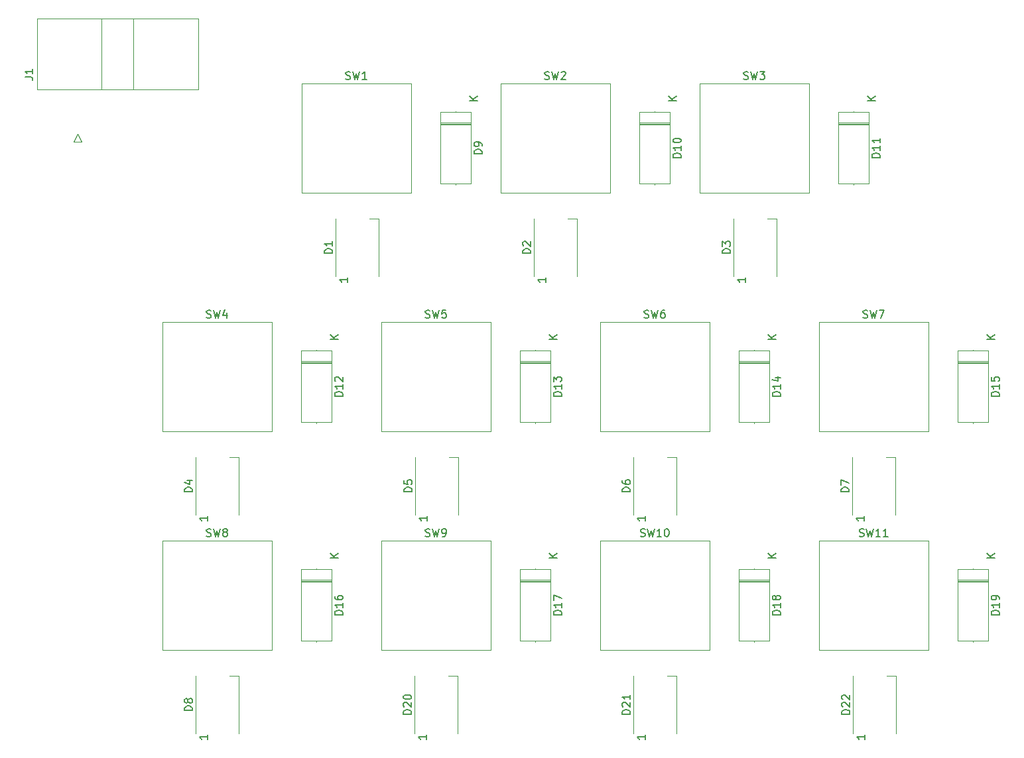
<source format=gbr>
%TF.GenerationSoftware,KiCad,Pcbnew,7.0.0-da2b9df05c~171~ubuntu22.04.1*%
%TF.CreationDate,2023-03-16T18:49:30-03:00*%
%TF.ProjectId,side_board,73696465-5f62-46f6-9172-642e6b696361,rev?*%
%TF.SameCoordinates,Original*%
%TF.FileFunction,Legend,Top*%
%TF.FilePolarity,Positive*%
%FSLAX46Y46*%
G04 Gerber Fmt 4.6, Leading zero omitted, Abs format (unit mm)*
G04 Created by KiCad (PCBNEW 7.0.0-da2b9df05c~171~ubuntu22.04.1) date 2023-03-16 18:49:30*
%MOMM*%
%LPD*%
G01*
G04 APERTURE LIST*
%ADD10C,0.150000*%
%ADD11C,0.120000*%
G04 APERTURE END LIST*
D10*
%TO.C,D22*%
X156977380Y-129484285D02*
X155977380Y-129484285D01*
X155977380Y-129484285D02*
X155977380Y-129246190D01*
X155977380Y-129246190D02*
X156025000Y-129103333D01*
X156025000Y-129103333D02*
X156120238Y-129008095D01*
X156120238Y-129008095D02*
X156215476Y-128960476D01*
X156215476Y-128960476D02*
X156405952Y-128912857D01*
X156405952Y-128912857D02*
X156548809Y-128912857D01*
X156548809Y-128912857D02*
X156739285Y-128960476D01*
X156739285Y-128960476D02*
X156834523Y-129008095D01*
X156834523Y-129008095D02*
X156929761Y-129103333D01*
X156929761Y-129103333D02*
X156977380Y-129246190D01*
X156977380Y-129246190D02*
X156977380Y-129484285D01*
X156072619Y-128531904D02*
X156025000Y-128484285D01*
X156025000Y-128484285D02*
X155977380Y-128389047D01*
X155977380Y-128389047D02*
X155977380Y-128150952D01*
X155977380Y-128150952D02*
X156025000Y-128055714D01*
X156025000Y-128055714D02*
X156072619Y-128008095D01*
X156072619Y-128008095D02*
X156167857Y-127960476D01*
X156167857Y-127960476D02*
X156263095Y-127960476D01*
X156263095Y-127960476D02*
X156405952Y-128008095D01*
X156405952Y-128008095D02*
X156977380Y-128579523D01*
X156977380Y-128579523D02*
X156977380Y-127960476D01*
X156072619Y-127579523D02*
X156025000Y-127531904D01*
X156025000Y-127531904D02*
X155977380Y-127436666D01*
X155977380Y-127436666D02*
X155977380Y-127198571D01*
X155977380Y-127198571D02*
X156025000Y-127103333D01*
X156025000Y-127103333D02*
X156072619Y-127055714D01*
X156072619Y-127055714D02*
X156167857Y-127008095D01*
X156167857Y-127008095D02*
X156263095Y-127008095D01*
X156263095Y-127008095D02*
X156405952Y-127055714D01*
X156405952Y-127055714D02*
X156977380Y-127627142D01*
X156977380Y-127627142D02*
X156977380Y-127008095D01*
X158877380Y-132134285D02*
X158877380Y-132705713D01*
X158877380Y-132419999D02*
X157877380Y-132419999D01*
X157877380Y-132419999D02*
X158020238Y-132515237D01*
X158020238Y-132515237D02*
X158115476Y-132610475D01*
X158115476Y-132610475D02*
X158163095Y-132705713D01*
%TO.C,D21*%
X128947380Y-129484285D02*
X127947380Y-129484285D01*
X127947380Y-129484285D02*
X127947380Y-129246190D01*
X127947380Y-129246190D02*
X127995000Y-129103333D01*
X127995000Y-129103333D02*
X128090238Y-129008095D01*
X128090238Y-129008095D02*
X128185476Y-128960476D01*
X128185476Y-128960476D02*
X128375952Y-128912857D01*
X128375952Y-128912857D02*
X128518809Y-128912857D01*
X128518809Y-128912857D02*
X128709285Y-128960476D01*
X128709285Y-128960476D02*
X128804523Y-129008095D01*
X128804523Y-129008095D02*
X128899761Y-129103333D01*
X128899761Y-129103333D02*
X128947380Y-129246190D01*
X128947380Y-129246190D02*
X128947380Y-129484285D01*
X128042619Y-128531904D02*
X127995000Y-128484285D01*
X127995000Y-128484285D02*
X127947380Y-128389047D01*
X127947380Y-128389047D02*
X127947380Y-128150952D01*
X127947380Y-128150952D02*
X127995000Y-128055714D01*
X127995000Y-128055714D02*
X128042619Y-128008095D01*
X128042619Y-128008095D02*
X128137857Y-127960476D01*
X128137857Y-127960476D02*
X128233095Y-127960476D01*
X128233095Y-127960476D02*
X128375952Y-128008095D01*
X128375952Y-128008095D02*
X128947380Y-128579523D01*
X128947380Y-128579523D02*
X128947380Y-127960476D01*
X128947380Y-127008095D02*
X128947380Y-127579523D01*
X128947380Y-127293809D02*
X127947380Y-127293809D01*
X127947380Y-127293809D02*
X128090238Y-127389047D01*
X128090238Y-127389047D02*
X128185476Y-127484285D01*
X128185476Y-127484285D02*
X128233095Y-127579523D01*
X130847380Y-132134285D02*
X130847380Y-132705713D01*
X130847380Y-132419999D02*
X129847380Y-132419999D01*
X129847380Y-132419999D02*
X129990238Y-132515237D01*
X129990238Y-132515237D02*
X130085476Y-132610475D01*
X130085476Y-132610475D02*
X130133095Y-132705713D01*
%TO.C,D20*%
X101007380Y-129484285D02*
X100007380Y-129484285D01*
X100007380Y-129484285D02*
X100007380Y-129246190D01*
X100007380Y-129246190D02*
X100055000Y-129103333D01*
X100055000Y-129103333D02*
X100150238Y-129008095D01*
X100150238Y-129008095D02*
X100245476Y-128960476D01*
X100245476Y-128960476D02*
X100435952Y-128912857D01*
X100435952Y-128912857D02*
X100578809Y-128912857D01*
X100578809Y-128912857D02*
X100769285Y-128960476D01*
X100769285Y-128960476D02*
X100864523Y-129008095D01*
X100864523Y-129008095D02*
X100959761Y-129103333D01*
X100959761Y-129103333D02*
X101007380Y-129246190D01*
X101007380Y-129246190D02*
X101007380Y-129484285D01*
X100102619Y-128531904D02*
X100055000Y-128484285D01*
X100055000Y-128484285D02*
X100007380Y-128389047D01*
X100007380Y-128389047D02*
X100007380Y-128150952D01*
X100007380Y-128150952D02*
X100055000Y-128055714D01*
X100055000Y-128055714D02*
X100102619Y-128008095D01*
X100102619Y-128008095D02*
X100197857Y-127960476D01*
X100197857Y-127960476D02*
X100293095Y-127960476D01*
X100293095Y-127960476D02*
X100435952Y-128008095D01*
X100435952Y-128008095D02*
X101007380Y-128579523D01*
X101007380Y-128579523D02*
X101007380Y-127960476D01*
X100007380Y-127341428D02*
X100007380Y-127246190D01*
X100007380Y-127246190D02*
X100055000Y-127150952D01*
X100055000Y-127150952D02*
X100102619Y-127103333D01*
X100102619Y-127103333D02*
X100197857Y-127055714D01*
X100197857Y-127055714D02*
X100388333Y-127008095D01*
X100388333Y-127008095D02*
X100626428Y-127008095D01*
X100626428Y-127008095D02*
X100816904Y-127055714D01*
X100816904Y-127055714D02*
X100912142Y-127103333D01*
X100912142Y-127103333D02*
X100959761Y-127150952D01*
X100959761Y-127150952D02*
X101007380Y-127246190D01*
X101007380Y-127246190D02*
X101007380Y-127341428D01*
X101007380Y-127341428D02*
X100959761Y-127436666D01*
X100959761Y-127436666D02*
X100912142Y-127484285D01*
X100912142Y-127484285D02*
X100816904Y-127531904D01*
X100816904Y-127531904D02*
X100626428Y-127579523D01*
X100626428Y-127579523D02*
X100388333Y-127579523D01*
X100388333Y-127579523D02*
X100197857Y-127531904D01*
X100197857Y-127531904D02*
X100102619Y-127484285D01*
X100102619Y-127484285D02*
X100055000Y-127436666D01*
X100055000Y-127436666D02*
X100007380Y-127341428D01*
X102907380Y-132134285D02*
X102907380Y-132705713D01*
X102907380Y-132419999D02*
X101907380Y-132419999D01*
X101907380Y-132419999D02*
X102050238Y-132515237D01*
X102050238Y-132515237D02*
X102145476Y-132610475D01*
X102145476Y-132610475D02*
X102193095Y-132705713D01*
%TO.C,J1*%
X51687380Y-48075833D02*
X52401666Y-48075833D01*
X52401666Y-48075833D02*
X52544523Y-48123452D01*
X52544523Y-48123452D02*
X52639761Y-48218690D01*
X52639761Y-48218690D02*
X52687380Y-48361547D01*
X52687380Y-48361547D02*
X52687380Y-48456785D01*
X52687380Y-47075833D02*
X52687380Y-47647261D01*
X52687380Y-47361547D02*
X51687380Y-47361547D01*
X51687380Y-47361547D02*
X51830238Y-47456785D01*
X51830238Y-47456785D02*
X51925476Y-47552023D01*
X51925476Y-47552023D02*
X51973095Y-47647261D01*
%TO.C,SW4*%
X74866667Y-78805761D02*
X75009524Y-78853380D01*
X75009524Y-78853380D02*
X75247619Y-78853380D01*
X75247619Y-78853380D02*
X75342857Y-78805761D01*
X75342857Y-78805761D02*
X75390476Y-78758142D01*
X75390476Y-78758142D02*
X75438095Y-78662904D01*
X75438095Y-78662904D02*
X75438095Y-78567666D01*
X75438095Y-78567666D02*
X75390476Y-78472428D01*
X75390476Y-78472428D02*
X75342857Y-78424809D01*
X75342857Y-78424809D02*
X75247619Y-78377190D01*
X75247619Y-78377190D02*
X75057143Y-78329571D01*
X75057143Y-78329571D02*
X74961905Y-78281952D01*
X74961905Y-78281952D02*
X74914286Y-78234333D01*
X74914286Y-78234333D02*
X74866667Y-78139095D01*
X74866667Y-78139095D02*
X74866667Y-78043857D01*
X74866667Y-78043857D02*
X74914286Y-77948619D01*
X74914286Y-77948619D02*
X74961905Y-77901000D01*
X74961905Y-77901000D02*
X75057143Y-77853380D01*
X75057143Y-77853380D02*
X75295238Y-77853380D01*
X75295238Y-77853380D02*
X75438095Y-77901000D01*
X75771429Y-77853380D02*
X76009524Y-78853380D01*
X76009524Y-78853380D02*
X76200000Y-78139095D01*
X76200000Y-78139095D02*
X76390476Y-78853380D01*
X76390476Y-78853380D02*
X76628572Y-77853380D01*
X77438095Y-78186714D02*
X77438095Y-78853380D01*
X77200000Y-77805761D02*
X76961905Y-78520047D01*
X76961905Y-78520047D02*
X77580952Y-78520047D01*
%TO.C,D8*%
X73067380Y-129008094D02*
X72067380Y-129008094D01*
X72067380Y-129008094D02*
X72067380Y-128769999D01*
X72067380Y-128769999D02*
X72115000Y-128627142D01*
X72115000Y-128627142D02*
X72210238Y-128531904D01*
X72210238Y-128531904D02*
X72305476Y-128484285D01*
X72305476Y-128484285D02*
X72495952Y-128436666D01*
X72495952Y-128436666D02*
X72638809Y-128436666D01*
X72638809Y-128436666D02*
X72829285Y-128484285D01*
X72829285Y-128484285D02*
X72924523Y-128531904D01*
X72924523Y-128531904D02*
X73019761Y-128627142D01*
X73019761Y-128627142D02*
X73067380Y-128769999D01*
X73067380Y-128769999D02*
X73067380Y-129008094D01*
X72495952Y-127865237D02*
X72448333Y-127960475D01*
X72448333Y-127960475D02*
X72400714Y-128008094D01*
X72400714Y-128008094D02*
X72305476Y-128055713D01*
X72305476Y-128055713D02*
X72257857Y-128055713D01*
X72257857Y-128055713D02*
X72162619Y-128008094D01*
X72162619Y-128008094D02*
X72115000Y-127960475D01*
X72115000Y-127960475D02*
X72067380Y-127865237D01*
X72067380Y-127865237D02*
X72067380Y-127674761D01*
X72067380Y-127674761D02*
X72115000Y-127579523D01*
X72115000Y-127579523D02*
X72162619Y-127531904D01*
X72162619Y-127531904D02*
X72257857Y-127484285D01*
X72257857Y-127484285D02*
X72305476Y-127484285D01*
X72305476Y-127484285D02*
X72400714Y-127531904D01*
X72400714Y-127531904D02*
X72448333Y-127579523D01*
X72448333Y-127579523D02*
X72495952Y-127674761D01*
X72495952Y-127674761D02*
X72495952Y-127865237D01*
X72495952Y-127865237D02*
X72543571Y-127960475D01*
X72543571Y-127960475D02*
X72591190Y-128008094D01*
X72591190Y-128008094D02*
X72686428Y-128055713D01*
X72686428Y-128055713D02*
X72876904Y-128055713D01*
X72876904Y-128055713D02*
X72972142Y-128008094D01*
X72972142Y-128008094D02*
X73019761Y-127960475D01*
X73019761Y-127960475D02*
X73067380Y-127865237D01*
X73067380Y-127865237D02*
X73067380Y-127674761D01*
X73067380Y-127674761D02*
X73019761Y-127579523D01*
X73019761Y-127579523D02*
X72972142Y-127531904D01*
X72972142Y-127531904D02*
X72876904Y-127484285D01*
X72876904Y-127484285D02*
X72686428Y-127484285D01*
X72686428Y-127484285D02*
X72591190Y-127531904D01*
X72591190Y-127531904D02*
X72543571Y-127579523D01*
X72543571Y-127579523D02*
X72495952Y-127674761D01*
X74967380Y-132134285D02*
X74967380Y-132705713D01*
X74967380Y-132419999D02*
X73967380Y-132419999D01*
X73967380Y-132419999D02*
X74110238Y-132515237D01*
X74110238Y-132515237D02*
X74205476Y-132610475D01*
X74205476Y-132610475D02*
X74253095Y-132705713D01*
%TO.C,SW6*%
X130746667Y-78805761D02*
X130889524Y-78853380D01*
X130889524Y-78853380D02*
X131127619Y-78853380D01*
X131127619Y-78853380D02*
X131222857Y-78805761D01*
X131222857Y-78805761D02*
X131270476Y-78758142D01*
X131270476Y-78758142D02*
X131318095Y-78662904D01*
X131318095Y-78662904D02*
X131318095Y-78567666D01*
X131318095Y-78567666D02*
X131270476Y-78472428D01*
X131270476Y-78472428D02*
X131222857Y-78424809D01*
X131222857Y-78424809D02*
X131127619Y-78377190D01*
X131127619Y-78377190D02*
X130937143Y-78329571D01*
X130937143Y-78329571D02*
X130841905Y-78281952D01*
X130841905Y-78281952D02*
X130794286Y-78234333D01*
X130794286Y-78234333D02*
X130746667Y-78139095D01*
X130746667Y-78139095D02*
X130746667Y-78043857D01*
X130746667Y-78043857D02*
X130794286Y-77948619D01*
X130794286Y-77948619D02*
X130841905Y-77901000D01*
X130841905Y-77901000D02*
X130937143Y-77853380D01*
X130937143Y-77853380D02*
X131175238Y-77853380D01*
X131175238Y-77853380D02*
X131318095Y-77901000D01*
X131651429Y-77853380D02*
X131889524Y-78853380D01*
X131889524Y-78853380D02*
X132080000Y-78139095D01*
X132080000Y-78139095D02*
X132270476Y-78853380D01*
X132270476Y-78853380D02*
X132508572Y-77853380D01*
X133318095Y-77853380D02*
X133127619Y-77853380D01*
X133127619Y-77853380D02*
X133032381Y-77901000D01*
X133032381Y-77901000D02*
X132984762Y-77948619D01*
X132984762Y-77948619D02*
X132889524Y-78091476D01*
X132889524Y-78091476D02*
X132841905Y-78281952D01*
X132841905Y-78281952D02*
X132841905Y-78662904D01*
X132841905Y-78662904D02*
X132889524Y-78758142D01*
X132889524Y-78758142D02*
X132937143Y-78805761D01*
X132937143Y-78805761D02*
X133032381Y-78853380D01*
X133032381Y-78853380D02*
X133222857Y-78853380D01*
X133222857Y-78853380D02*
X133318095Y-78805761D01*
X133318095Y-78805761D02*
X133365714Y-78758142D01*
X133365714Y-78758142D02*
X133413333Y-78662904D01*
X133413333Y-78662904D02*
X133413333Y-78424809D01*
X133413333Y-78424809D02*
X133365714Y-78329571D01*
X133365714Y-78329571D02*
X133318095Y-78281952D01*
X133318095Y-78281952D02*
X133222857Y-78234333D01*
X133222857Y-78234333D02*
X133032381Y-78234333D01*
X133032381Y-78234333D02*
X132937143Y-78281952D01*
X132937143Y-78281952D02*
X132889524Y-78329571D01*
X132889524Y-78329571D02*
X132841905Y-78424809D01*
%TO.C,SW1*%
X92646667Y-48325761D02*
X92789524Y-48373380D01*
X92789524Y-48373380D02*
X93027619Y-48373380D01*
X93027619Y-48373380D02*
X93122857Y-48325761D01*
X93122857Y-48325761D02*
X93170476Y-48278142D01*
X93170476Y-48278142D02*
X93218095Y-48182904D01*
X93218095Y-48182904D02*
X93218095Y-48087666D01*
X93218095Y-48087666D02*
X93170476Y-47992428D01*
X93170476Y-47992428D02*
X93122857Y-47944809D01*
X93122857Y-47944809D02*
X93027619Y-47897190D01*
X93027619Y-47897190D02*
X92837143Y-47849571D01*
X92837143Y-47849571D02*
X92741905Y-47801952D01*
X92741905Y-47801952D02*
X92694286Y-47754333D01*
X92694286Y-47754333D02*
X92646667Y-47659095D01*
X92646667Y-47659095D02*
X92646667Y-47563857D01*
X92646667Y-47563857D02*
X92694286Y-47468619D01*
X92694286Y-47468619D02*
X92741905Y-47421000D01*
X92741905Y-47421000D02*
X92837143Y-47373380D01*
X92837143Y-47373380D02*
X93075238Y-47373380D01*
X93075238Y-47373380D02*
X93218095Y-47421000D01*
X93551429Y-47373380D02*
X93789524Y-48373380D01*
X93789524Y-48373380D02*
X93980000Y-47659095D01*
X93980000Y-47659095D02*
X94170476Y-48373380D01*
X94170476Y-48373380D02*
X94408572Y-47373380D01*
X95313333Y-48373380D02*
X94741905Y-48373380D01*
X95027619Y-48373380D02*
X95027619Y-47373380D01*
X95027619Y-47373380D02*
X94932381Y-47516238D01*
X94932381Y-47516238D02*
X94837143Y-47611476D01*
X94837143Y-47611476D02*
X94741905Y-47659095D01*
%TO.C,SW8*%
X74866667Y-106745761D02*
X75009524Y-106793380D01*
X75009524Y-106793380D02*
X75247619Y-106793380D01*
X75247619Y-106793380D02*
X75342857Y-106745761D01*
X75342857Y-106745761D02*
X75390476Y-106698142D01*
X75390476Y-106698142D02*
X75438095Y-106602904D01*
X75438095Y-106602904D02*
X75438095Y-106507666D01*
X75438095Y-106507666D02*
X75390476Y-106412428D01*
X75390476Y-106412428D02*
X75342857Y-106364809D01*
X75342857Y-106364809D02*
X75247619Y-106317190D01*
X75247619Y-106317190D02*
X75057143Y-106269571D01*
X75057143Y-106269571D02*
X74961905Y-106221952D01*
X74961905Y-106221952D02*
X74914286Y-106174333D01*
X74914286Y-106174333D02*
X74866667Y-106079095D01*
X74866667Y-106079095D02*
X74866667Y-105983857D01*
X74866667Y-105983857D02*
X74914286Y-105888619D01*
X74914286Y-105888619D02*
X74961905Y-105841000D01*
X74961905Y-105841000D02*
X75057143Y-105793380D01*
X75057143Y-105793380D02*
X75295238Y-105793380D01*
X75295238Y-105793380D02*
X75438095Y-105841000D01*
X75771429Y-105793380D02*
X76009524Y-106793380D01*
X76009524Y-106793380D02*
X76200000Y-106079095D01*
X76200000Y-106079095D02*
X76390476Y-106793380D01*
X76390476Y-106793380D02*
X76628572Y-105793380D01*
X77152381Y-106221952D02*
X77057143Y-106174333D01*
X77057143Y-106174333D02*
X77009524Y-106126714D01*
X77009524Y-106126714D02*
X76961905Y-106031476D01*
X76961905Y-106031476D02*
X76961905Y-105983857D01*
X76961905Y-105983857D02*
X77009524Y-105888619D01*
X77009524Y-105888619D02*
X77057143Y-105841000D01*
X77057143Y-105841000D02*
X77152381Y-105793380D01*
X77152381Y-105793380D02*
X77342857Y-105793380D01*
X77342857Y-105793380D02*
X77438095Y-105841000D01*
X77438095Y-105841000D02*
X77485714Y-105888619D01*
X77485714Y-105888619D02*
X77533333Y-105983857D01*
X77533333Y-105983857D02*
X77533333Y-106031476D01*
X77533333Y-106031476D02*
X77485714Y-106126714D01*
X77485714Y-106126714D02*
X77438095Y-106174333D01*
X77438095Y-106174333D02*
X77342857Y-106221952D01*
X77342857Y-106221952D02*
X77152381Y-106221952D01*
X77152381Y-106221952D02*
X77057143Y-106269571D01*
X77057143Y-106269571D02*
X77009524Y-106317190D01*
X77009524Y-106317190D02*
X76961905Y-106412428D01*
X76961905Y-106412428D02*
X76961905Y-106602904D01*
X76961905Y-106602904D02*
X77009524Y-106698142D01*
X77009524Y-106698142D02*
X77057143Y-106745761D01*
X77057143Y-106745761D02*
X77152381Y-106793380D01*
X77152381Y-106793380D02*
X77342857Y-106793380D01*
X77342857Y-106793380D02*
X77438095Y-106745761D01*
X77438095Y-106745761D02*
X77485714Y-106698142D01*
X77485714Y-106698142D02*
X77533333Y-106602904D01*
X77533333Y-106602904D02*
X77533333Y-106412428D01*
X77533333Y-106412428D02*
X77485714Y-106317190D01*
X77485714Y-106317190D02*
X77438095Y-106269571D01*
X77438095Y-106269571D02*
X77342857Y-106221952D01*
%TO.C,D9*%
X110017380Y-57888094D02*
X109017380Y-57888094D01*
X109017380Y-57888094D02*
X109017380Y-57649999D01*
X109017380Y-57649999D02*
X109065000Y-57507142D01*
X109065000Y-57507142D02*
X109160238Y-57411904D01*
X109160238Y-57411904D02*
X109255476Y-57364285D01*
X109255476Y-57364285D02*
X109445952Y-57316666D01*
X109445952Y-57316666D02*
X109588809Y-57316666D01*
X109588809Y-57316666D02*
X109779285Y-57364285D01*
X109779285Y-57364285D02*
X109874523Y-57411904D01*
X109874523Y-57411904D02*
X109969761Y-57507142D01*
X109969761Y-57507142D02*
X110017380Y-57649999D01*
X110017380Y-57649999D02*
X110017380Y-57888094D01*
X110017380Y-56840475D02*
X110017380Y-56649999D01*
X110017380Y-56649999D02*
X109969761Y-56554761D01*
X109969761Y-56554761D02*
X109922142Y-56507142D01*
X109922142Y-56507142D02*
X109779285Y-56411904D01*
X109779285Y-56411904D02*
X109588809Y-56364285D01*
X109588809Y-56364285D02*
X109207857Y-56364285D01*
X109207857Y-56364285D02*
X109112619Y-56411904D01*
X109112619Y-56411904D02*
X109065000Y-56459523D01*
X109065000Y-56459523D02*
X109017380Y-56554761D01*
X109017380Y-56554761D02*
X109017380Y-56745237D01*
X109017380Y-56745237D02*
X109065000Y-56840475D01*
X109065000Y-56840475D02*
X109112619Y-56888094D01*
X109112619Y-56888094D02*
X109207857Y-56935713D01*
X109207857Y-56935713D02*
X109445952Y-56935713D01*
X109445952Y-56935713D02*
X109541190Y-56888094D01*
X109541190Y-56888094D02*
X109588809Y-56840475D01*
X109588809Y-56840475D02*
X109636428Y-56745237D01*
X109636428Y-56745237D02*
X109636428Y-56554761D01*
X109636428Y-56554761D02*
X109588809Y-56459523D01*
X109588809Y-56459523D02*
X109541190Y-56411904D01*
X109541190Y-56411904D02*
X109445952Y-56364285D01*
X109447380Y-51061904D02*
X108447380Y-51061904D01*
X109447380Y-50490476D02*
X108875952Y-50919047D01*
X108447380Y-50490476D02*
X109018809Y-51061904D01*
%TO.C,SW11*%
X158210476Y-106745761D02*
X158353333Y-106793380D01*
X158353333Y-106793380D02*
X158591428Y-106793380D01*
X158591428Y-106793380D02*
X158686666Y-106745761D01*
X158686666Y-106745761D02*
X158734285Y-106698142D01*
X158734285Y-106698142D02*
X158781904Y-106602904D01*
X158781904Y-106602904D02*
X158781904Y-106507666D01*
X158781904Y-106507666D02*
X158734285Y-106412428D01*
X158734285Y-106412428D02*
X158686666Y-106364809D01*
X158686666Y-106364809D02*
X158591428Y-106317190D01*
X158591428Y-106317190D02*
X158400952Y-106269571D01*
X158400952Y-106269571D02*
X158305714Y-106221952D01*
X158305714Y-106221952D02*
X158258095Y-106174333D01*
X158258095Y-106174333D02*
X158210476Y-106079095D01*
X158210476Y-106079095D02*
X158210476Y-105983857D01*
X158210476Y-105983857D02*
X158258095Y-105888619D01*
X158258095Y-105888619D02*
X158305714Y-105841000D01*
X158305714Y-105841000D02*
X158400952Y-105793380D01*
X158400952Y-105793380D02*
X158639047Y-105793380D01*
X158639047Y-105793380D02*
X158781904Y-105841000D01*
X159115238Y-105793380D02*
X159353333Y-106793380D01*
X159353333Y-106793380D02*
X159543809Y-106079095D01*
X159543809Y-106079095D02*
X159734285Y-106793380D01*
X159734285Y-106793380D02*
X159972381Y-105793380D01*
X160877142Y-106793380D02*
X160305714Y-106793380D01*
X160591428Y-106793380D02*
X160591428Y-105793380D01*
X160591428Y-105793380D02*
X160496190Y-105936238D01*
X160496190Y-105936238D02*
X160400952Y-106031476D01*
X160400952Y-106031476D02*
X160305714Y-106079095D01*
X161829523Y-106793380D02*
X161258095Y-106793380D01*
X161543809Y-106793380D02*
X161543809Y-105793380D01*
X161543809Y-105793380D02*
X161448571Y-105936238D01*
X161448571Y-105936238D02*
X161353333Y-106031476D01*
X161353333Y-106031476D02*
X161258095Y-106079095D01*
%TO.C,D7*%
X156887380Y-101068094D02*
X155887380Y-101068094D01*
X155887380Y-101068094D02*
X155887380Y-100829999D01*
X155887380Y-100829999D02*
X155935000Y-100687142D01*
X155935000Y-100687142D02*
X156030238Y-100591904D01*
X156030238Y-100591904D02*
X156125476Y-100544285D01*
X156125476Y-100544285D02*
X156315952Y-100496666D01*
X156315952Y-100496666D02*
X156458809Y-100496666D01*
X156458809Y-100496666D02*
X156649285Y-100544285D01*
X156649285Y-100544285D02*
X156744523Y-100591904D01*
X156744523Y-100591904D02*
X156839761Y-100687142D01*
X156839761Y-100687142D02*
X156887380Y-100829999D01*
X156887380Y-100829999D02*
X156887380Y-101068094D01*
X155887380Y-100163332D02*
X155887380Y-99496666D01*
X155887380Y-99496666D02*
X156887380Y-99925237D01*
X158787380Y-104194285D02*
X158787380Y-104765713D01*
X158787380Y-104479999D02*
X157787380Y-104479999D01*
X157787380Y-104479999D02*
X157930238Y-104575237D01*
X157930238Y-104575237D02*
X158025476Y-104670475D01*
X158025476Y-104670475D02*
X158073095Y-104765713D01*
%TO.C,SW10*%
X130270476Y-106745761D02*
X130413333Y-106793380D01*
X130413333Y-106793380D02*
X130651428Y-106793380D01*
X130651428Y-106793380D02*
X130746666Y-106745761D01*
X130746666Y-106745761D02*
X130794285Y-106698142D01*
X130794285Y-106698142D02*
X130841904Y-106602904D01*
X130841904Y-106602904D02*
X130841904Y-106507666D01*
X130841904Y-106507666D02*
X130794285Y-106412428D01*
X130794285Y-106412428D02*
X130746666Y-106364809D01*
X130746666Y-106364809D02*
X130651428Y-106317190D01*
X130651428Y-106317190D02*
X130460952Y-106269571D01*
X130460952Y-106269571D02*
X130365714Y-106221952D01*
X130365714Y-106221952D02*
X130318095Y-106174333D01*
X130318095Y-106174333D02*
X130270476Y-106079095D01*
X130270476Y-106079095D02*
X130270476Y-105983857D01*
X130270476Y-105983857D02*
X130318095Y-105888619D01*
X130318095Y-105888619D02*
X130365714Y-105841000D01*
X130365714Y-105841000D02*
X130460952Y-105793380D01*
X130460952Y-105793380D02*
X130699047Y-105793380D01*
X130699047Y-105793380D02*
X130841904Y-105841000D01*
X131175238Y-105793380D02*
X131413333Y-106793380D01*
X131413333Y-106793380D02*
X131603809Y-106079095D01*
X131603809Y-106079095D02*
X131794285Y-106793380D01*
X131794285Y-106793380D02*
X132032381Y-105793380D01*
X132937142Y-106793380D02*
X132365714Y-106793380D01*
X132651428Y-106793380D02*
X132651428Y-105793380D01*
X132651428Y-105793380D02*
X132556190Y-105936238D01*
X132556190Y-105936238D02*
X132460952Y-106031476D01*
X132460952Y-106031476D02*
X132365714Y-106079095D01*
X133556190Y-105793380D02*
X133651428Y-105793380D01*
X133651428Y-105793380D02*
X133746666Y-105841000D01*
X133746666Y-105841000D02*
X133794285Y-105888619D01*
X133794285Y-105888619D02*
X133841904Y-105983857D01*
X133841904Y-105983857D02*
X133889523Y-106174333D01*
X133889523Y-106174333D02*
X133889523Y-106412428D01*
X133889523Y-106412428D02*
X133841904Y-106602904D01*
X133841904Y-106602904D02*
X133794285Y-106698142D01*
X133794285Y-106698142D02*
X133746666Y-106745761D01*
X133746666Y-106745761D02*
X133651428Y-106793380D01*
X133651428Y-106793380D02*
X133556190Y-106793380D01*
X133556190Y-106793380D02*
X133460952Y-106745761D01*
X133460952Y-106745761D02*
X133413333Y-106698142D01*
X133413333Y-106698142D02*
X133365714Y-106602904D01*
X133365714Y-106602904D02*
X133318095Y-106412428D01*
X133318095Y-106412428D02*
X133318095Y-106174333D01*
X133318095Y-106174333D02*
X133365714Y-105983857D01*
X133365714Y-105983857D02*
X133413333Y-105888619D01*
X133413333Y-105888619D02*
X133460952Y-105841000D01*
X133460952Y-105841000D02*
X133556190Y-105793380D01*
%TO.C,D4*%
X73067380Y-101068094D02*
X72067380Y-101068094D01*
X72067380Y-101068094D02*
X72067380Y-100829999D01*
X72067380Y-100829999D02*
X72115000Y-100687142D01*
X72115000Y-100687142D02*
X72210238Y-100591904D01*
X72210238Y-100591904D02*
X72305476Y-100544285D01*
X72305476Y-100544285D02*
X72495952Y-100496666D01*
X72495952Y-100496666D02*
X72638809Y-100496666D01*
X72638809Y-100496666D02*
X72829285Y-100544285D01*
X72829285Y-100544285D02*
X72924523Y-100591904D01*
X72924523Y-100591904D02*
X73019761Y-100687142D01*
X73019761Y-100687142D02*
X73067380Y-100829999D01*
X73067380Y-100829999D02*
X73067380Y-101068094D01*
X72400714Y-99639523D02*
X73067380Y-99639523D01*
X72019761Y-99877618D02*
X72734047Y-100115713D01*
X72734047Y-100115713D02*
X72734047Y-99496666D01*
X74967380Y-104194285D02*
X74967380Y-104765713D01*
X74967380Y-104479999D02*
X73967380Y-104479999D01*
X73967380Y-104479999D02*
X74110238Y-104575237D01*
X74110238Y-104575237D02*
X74205476Y-104670475D01*
X74205476Y-104670475D02*
X74253095Y-104765713D01*
%TO.C,D17*%
X120177380Y-116784285D02*
X119177380Y-116784285D01*
X119177380Y-116784285D02*
X119177380Y-116546190D01*
X119177380Y-116546190D02*
X119225000Y-116403333D01*
X119225000Y-116403333D02*
X119320238Y-116308095D01*
X119320238Y-116308095D02*
X119415476Y-116260476D01*
X119415476Y-116260476D02*
X119605952Y-116212857D01*
X119605952Y-116212857D02*
X119748809Y-116212857D01*
X119748809Y-116212857D02*
X119939285Y-116260476D01*
X119939285Y-116260476D02*
X120034523Y-116308095D01*
X120034523Y-116308095D02*
X120129761Y-116403333D01*
X120129761Y-116403333D02*
X120177380Y-116546190D01*
X120177380Y-116546190D02*
X120177380Y-116784285D01*
X120177380Y-115260476D02*
X120177380Y-115831904D01*
X120177380Y-115546190D02*
X119177380Y-115546190D01*
X119177380Y-115546190D02*
X119320238Y-115641428D01*
X119320238Y-115641428D02*
X119415476Y-115736666D01*
X119415476Y-115736666D02*
X119463095Y-115831904D01*
X119177380Y-114927142D02*
X119177380Y-114260476D01*
X119177380Y-114260476D02*
X120177380Y-114689047D01*
X119607380Y-109481904D02*
X118607380Y-109481904D01*
X119607380Y-108910476D02*
X119035952Y-109339047D01*
X118607380Y-108910476D02*
X119178809Y-109481904D01*
%TO.C,SW3*%
X143446667Y-48325761D02*
X143589524Y-48373380D01*
X143589524Y-48373380D02*
X143827619Y-48373380D01*
X143827619Y-48373380D02*
X143922857Y-48325761D01*
X143922857Y-48325761D02*
X143970476Y-48278142D01*
X143970476Y-48278142D02*
X144018095Y-48182904D01*
X144018095Y-48182904D02*
X144018095Y-48087666D01*
X144018095Y-48087666D02*
X143970476Y-47992428D01*
X143970476Y-47992428D02*
X143922857Y-47944809D01*
X143922857Y-47944809D02*
X143827619Y-47897190D01*
X143827619Y-47897190D02*
X143637143Y-47849571D01*
X143637143Y-47849571D02*
X143541905Y-47801952D01*
X143541905Y-47801952D02*
X143494286Y-47754333D01*
X143494286Y-47754333D02*
X143446667Y-47659095D01*
X143446667Y-47659095D02*
X143446667Y-47563857D01*
X143446667Y-47563857D02*
X143494286Y-47468619D01*
X143494286Y-47468619D02*
X143541905Y-47421000D01*
X143541905Y-47421000D02*
X143637143Y-47373380D01*
X143637143Y-47373380D02*
X143875238Y-47373380D01*
X143875238Y-47373380D02*
X144018095Y-47421000D01*
X144351429Y-47373380D02*
X144589524Y-48373380D01*
X144589524Y-48373380D02*
X144780000Y-47659095D01*
X144780000Y-47659095D02*
X144970476Y-48373380D01*
X144970476Y-48373380D02*
X145208572Y-47373380D01*
X145494286Y-47373380D02*
X146113333Y-47373380D01*
X146113333Y-47373380D02*
X145780000Y-47754333D01*
X145780000Y-47754333D02*
X145922857Y-47754333D01*
X145922857Y-47754333D02*
X146018095Y-47801952D01*
X146018095Y-47801952D02*
X146065714Y-47849571D01*
X146065714Y-47849571D02*
X146113333Y-47944809D01*
X146113333Y-47944809D02*
X146113333Y-48182904D01*
X146113333Y-48182904D02*
X146065714Y-48278142D01*
X146065714Y-48278142D02*
X146018095Y-48325761D01*
X146018095Y-48325761D02*
X145922857Y-48373380D01*
X145922857Y-48373380D02*
X145637143Y-48373380D01*
X145637143Y-48373380D02*
X145541905Y-48325761D01*
X145541905Y-48325761D02*
X145494286Y-48278142D01*
%TO.C,D15*%
X176057380Y-88844285D02*
X175057380Y-88844285D01*
X175057380Y-88844285D02*
X175057380Y-88606190D01*
X175057380Y-88606190D02*
X175105000Y-88463333D01*
X175105000Y-88463333D02*
X175200238Y-88368095D01*
X175200238Y-88368095D02*
X175295476Y-88320476D01*
X175295476Y-88320476D02*
X175485952Y-88272857D01*
X175485952Y-88272857D02*
X175628809Y-88272857D01*
X175628809Y-88272857D02*
X175819285Y-88320476D01*
X175819285Y-88320476D02*
X175914523Y-88368095D01*
X175914523Y-88368095D02*
X176009761Y-88463333D01*
X176009761Y-88463333D02*
X176057380Y-88606190D01*
X176057380Y-88606190D02*
X176057380Y-88844285D01*
X176057380Y-87320476D02*
X176057380Y-87891904D01*
X176057380Y-87606190D02*
X175057380Y-87606190D01*
X175057380Y-87606190D02*
X175200238Y-87701428D01*
X175200238Y-87701428D02*
X175295476Y-87796666D01*
X175295476Y-87796666D02*
X175343095Y-87891904D01*
X175057380Y-86415714D02*
X175057380Y-86891904D01*
X175057380Y-86891904D02*
X175533571Y-86939523D01*
X175533571Y-86939523D02*
X175485952Y-86891904D01*
X175485952Y-86891904D02*
X175438333Y-86796666D01*
X175438333Y-86796666D02*
X175438333Y-86558571D01*
X175438333Y-86558571D02*
X175485952Y-86463333D01*
X175485952Y-86463333D02*
X175533571Y-86415714D01*
X175533571Y-86415714D02*
X175628809Y-86368095D01*
X175628809Y-86368095D02*
X175866904Y-86368095D01*
X175866904Y-86368095D02*
X175962142Y-86415714D01*
X175962142Y-86415714D02*
X176009761Y-86463333D01*
X176009761Y-86463333D02*
X176057380Y-86558571D01*
X176057380Y-86558571D02*
X176057380Y-86796666D01*
X176057380Y-86796666D02*
X176009761Y-86891904D01*
X176009761Y-86891904D02*
X175962142Y-86939523D01*
X175487380Y-81541904D02*
X174487380Y-81541904D01*
X175487380Y-80970476D02*
X174915952Y-81399047D01*
X174487380Y-80970476D02*
X175058809Y-81541904D01*
%TO.C,D10*%
X135417380Y-58364285D02*
X134417380Y-58364285D01*
X134417380Y-58364285D02*
X134417380Y-58126190D01*
X134417380Y-58126190D02*
X134465000Y-57983333D01*
X134465000Y-57983333D02*
X134560238Y-57888095D01*
X134560238Y-57888095D02*
X134655476Y-57840476D01*
X134655476Y-57840476D02*
X134845952Y-57792857D01*
X134845952Y-57792857D02*
X134988809Y-57792857D01*
X134988809Y-57792857D02*
X135179285Y-57840476D01*
X135179285Y-57840476D02*
X135274523Y-57888095D01*
X135274523Y-57888095D02*
X135369761Y-57983333D01*
X135369761Y-57983333D02*
X135417380Y-58126190D01*
X135417380Y-58126190D02*
X135417380Y-58364285D01*
X135417380Y-56840476D02*
X135417380Y-57411904D01*
X135417380Y-57126190D02*
X134417380Y-57126190D01*
X134417380Y-57126190D02*
X134560238Y-57221428D01*
X134560238Y-57221428D02*
X134655476Y-57316666D01*
X134655476Y-57316666D02*
X134703095Y-57411904D01*
X134417380Y-56221428D02*
X134417380Y-56126190D01*
X134417380Y-56126190D02*
X134465000Y-56030952D01*
X134465000Y-56030952D02*
X134512619Y-55983333D01*
X134512619Y-55983333D02*
X134607857Y-55935714D01*
X134607857Y-55935714D02*
X134798333Y-55888095D01*
X134798333Y-55888095D02*
X135036428Y-55888095D01*
X135036428Y-55888095D02*
X135226904Y-55935714D01*
X135226904Y-55935714D02*
X135322142Y-55983333D01*
X135322142Y-55983333D02*
X135369761Y-56030952D01*
X135369761Y-56030952D02*
X135417380Y-56126190D01*
X135417380Y-56126190D02*
X135417380Y-56221428D01*
X135417380Y-56221428D02*
X135369761Y-56316666D01*
X135369761Y-56316666D02*
X135322142Y-56364285D01*
X135322142Y-56364285D02*
X135226904Y-56411904D01*
X135226904Y-56411904D02*
X135036428Y-56459523D01*
X135036428Y-56459523D02*
X134798333Y-56459523D01*
X134798333Y-56459523D02*
X134607857Y-56411904D01*
X134607857Y-56411904D02*
X134512619Y-56364285D01*
X134512619Y-56364285D02*
X134465000Y-56316666D01*
X134465000Y-56316666D02*
X134417380Y-56221428D01*
X134847380Y-51061904D02*
X133847380Y-51061904D01*
X134847380Y-50490476D02*
X134275952Y-50919047D01*
X133847380Y-50490476D02*
X134418809Y-51061904D01*
%TO.C,D3*%
X141737380Y-70588094D02*
X140737380Y-70588094D01*
X140737380Y-70588094D02*
X140737380Y-70349999D01*
X140737380Y-70349999D02*
X140785000Y-70207142D01*
X140785000Y-70207142D02*
X140880238Y-70111904D01*
X140880238Y-70111904D02*
X140975476Y-70064285D01*
X140975476Y-70064285D02*
X141165952Y-70016666D01*
X141165952Y-70016666D02*
X141308809Y-70016666D01*
X141308809Y-70016666D02*
X141499285Y-70064285D01*
X141499285Y-70064285D02*
X141594523Y-70111904D01*
X141594523Y-70111904D02*
X141689761Y-70207142D01*
X141689761Y-70207142D02*
X141737380Y-70349999D01*
X141737380Y-70349999D02*
X141737380Y-70588094D01*
X140737380Y-69683332D02*
X140737380Y-69064285D01*
X140737380Y-69064285D02*
X141118333Y-69397618D01*
X141118333Y-69397618D02*
X141118333Y-69254761D01*
X141118333Y-69254761D02*
X141165952Y-69159523D01*
X141165952Y-69159523D02*
X141213571Y-69111904D01*
X141213571Y-69111904D02*
X141308809Y-69064285D01*
X141308809Y-69064285D02*
X141546904Y-69064285D01*
X141546904Y-69064285D02*
X141642142Y-69111904D01*
X141642142Y-69111904D02*
X141689761Y-69159523D01*
X141689761Y-69159523D02*
X141737380Y-69254761D01*
X141737380Y-69254761D02*
X141737380Y-69540475D01*
X141737380Y-69540475D02*
X141689761Y-69635713D01*
X141689761Y-69635713D02*
X141642142Y-69683332D01*
X143637380Y-73714285D02*
X143637380Y-74285713D01*
X143637380Y-73999999D02*
X142637380Y-73999999D01*
X142637380Y-73999999D02*
X142780238Y-74095237D01*
X142780238Y-74095237D02*
X142875476Y-74190475D01*
X142875476Y-74190475D02*
X142923095Y-74285713D01*
%TO.C,D12*%
X92237380Y-88844285D02*
X91237380Y-88844285D01*
X91237380Y-88844285D02*
X91237380Y-88606190D01*
X91237380Y-88606190D02*
X91285000Y-88463333D01*
X91285000Y-88463333D02*
X91380238Y-88368095D01*
X91380238Y-88368095D02*
X91475476Y-88320476D01*
X91475476Y-88320476D02*
X91665952Y-88272857D01*
X91665952Y-88272857D02*
X91808809Y-88272857D01*
X91808809Y-88272857D02*
X91999285Y-88320476D01*
X91999285Y-88320476D02*
X92094523Y-88368095D01*
X92094523Y-88368095D02*
X92189761Y-88463333D01*
X92189761Y-88463333D02*
X92237380Y-88606190D01*
X92237380Y-88606190D02*
X92237380Y-88844285D01*
X92237380Y-87320476D02*
X92237380Y-87891904D01*
X92237380Y-87606190D02*
X91237380Y-87606190D01*
X91237380Y-87606190D02*
X91380238Y-87701428D01*
X91380238Y-87701428D02*
X91475476Y-87796666D01*
X91475476Y-87796666D02*
X91523095Y-87891904D01*
X91332619Y-86939523D02*
X91285000Y-86891904D01*
X91285000Y-86891904D02*
X91237380Y-86796666D01*
X91237380Y-86796666D02*
X91237380Y-86558571D01*
X91237380Y-86558571D02*
X91285000Y-86463333D01*
X91285000Y-86463333D02*
X91332619Y-86415714D01*
X91332619Y-86415714D02*
X91427857Y-86368095D01*
X91427857Y-86368095D02*
X91523095Y-86368095D01*
X91523095Y-86368095D02*
X91665952Y-86415714D01*
X91665952Y-86415714D02*
X92237380Y-86987142D01*
X92237380Y-86987142D02*
X92237380Y-86368095D01*
X91667380Y-81541904D02*
X90667380Y-81541904D01*
X91667380Y-80970476D02*
X91095952Y-81399047D01*
X90667380Y-80970476D02*
X91238809Y-81541904D01*
%TO.C,D2*%
X116247380Y-70588094D02*
X115247380Y-70588094D01*
X115247380Y-70588094D02*
X115247380Y-70349999D01*
X115247380Y-70349999D02*
X115295000Y-70207142D01*
X115295000Y-70207142D02*
X115390238Y-70111904D01*
X115390238Y-70111904D02*
X115485476Y-70064285D01*
X115485476Y-70064285D02*
X115675952Y-70016666D01*
X115675952Y-70016666D02*
X115818809Y-70016666D01*
X115818809Y-70016666D02*
X116009285Y-70064285D01*
X116009285Y-70064285D02*
X116104523Y-70111904D01*
X116104523Y-70111904D02*
X116199761Y-70207142D01*
X116199761Y-70207142D02*
X116247380Y-70349999D01*
X116247380Y-70349999D02*
X116247380Y-70588094D01*
X115342619Y-69635713D02*
X115295000Y-69588094D01*
X115295000Y-69588094D02*
X115247380Y-69492856D01*
X115247380Y-69492856D02*
X115247380Y-69254761D01*
X115247380Y-69254761D02*
X115295000Y-69159523D01*
X115295000Y-69159523D02*
X115342619Y-69111904D01*
X115342619Y-69111904D02*
X115437857Y-69064285D01*
X115437857Y-69064285D02*
X115533095Y-69064285D01*
X115533095Y-69064285D02*
X115675952Y-69111904D01*
X115675952Y-69111904D02*
X116247380Y-69683332D01*
X116247380Y-69683332D02*
X116247380Y-69064285D01*
X118147380Y-73714285D02*
X118147380Y-74285713D01*
X118147380Y-73999999D02*
X117147380Y-73999999D01*
X117147380Y-73999999D02*
X117290238Y-74095237D01*
X117290238Y-74095237D02*
X117385476Y-74190475D01*
X117385476Y-74190475D02*
X117433095Y-74285713D01*
%TO.C,D13*%
X120177380Y-88844285D02*
X119177380Y-88844285D01*
X119177380Y-88844285D02*
X119177380Y-88606190D01*
X119177380Y-88606190D02*
X119225000Y-88463333D01*
X119225000Y-88463333D02*
X119320238Y-88368095D01*
X119320238Y-88368095D02*
X119415476Y-88320476D01*
X119415476Y-88320476D02*
X119605952Y-88272857D01*
X119605952Y-88272857D02*
X119748809Y-88272857D01*
X119748809Y-88272857D02*
X119939285Y-88320476D01*
X119939285Y-88320476D02*
X120034523Y-88368095D01*
X120034523Y-88368095D02*
X120129761Y-88463333D01*
X120129761Y-88463333D02*
X120177380Y-88606190D01*
X120177380Y-88606190D02*
X120177380Y-88844285D01*
X120177380Y-87320476D02*
X120177380Y-87891904D01*
X120177380Y-87606190D02*
X119177380Y-87606190D01*
X119177380Y-87606190D02*
X119320238Y-87701428D01*
X119320238Y-87701428D02*
X119415476Y-87796666D01*
X119415476Y-87796666D02*
X119463095Y-87891904D01*
X119177380Y-86987142D02*
X119177380Y-86368095D01*
X119177380Y-86368095D02*
X119558333Y-86701428D01*
X119558333Y-86701428D02*
X119558333Y-86558571D01*
X119558333Y-86558571D02*
X119605952Y-86463333D01*
X119605952Y-86463333D02*
X119653571Y-86415714D01*
X119653571Y-86415714D02*
X119748809Y-86368095D01*
X119748809Y-86368095D02*
X119986904Y-86368095D01*
X119986904Y-86368095D02*
X120082142Y-86415714D01*
X120082142Y-86415714D02*
X120129761Y-86463333D01*
X120129761Y-86463333D02*
X120177380Y-86558571D01*
X120177380Y-86558571D02*
X120177380Y-86844285D01*
X120177380Y-86844285D02*
X120129761Y-86939523D01*
X120129761Y-86939523D02*
X120082142Y-86987142D01*
X119607380Y-81541904D02*
X118607380Y-81541904D01*
X119607380Y-80970476D02*
X119035952Y-81399047D01*
X118607380Y-80970476D02*
X119178809Y-81541904D01*
%TO.C,SW9*%
X102806667Y-106745761D02*
X102949524Y-106793380D01*
X102949524Y-106793380D02*
X103187619Y-106793380D01*
X103187619Y-106793380D02*
X103282857Y-106745761D01*
X103282857Y-106745761D02*
X103330476Y-106698142D01*
X103330476Y-106698142D02*
X103378095Y-106602904D01*
X103378095Y-106602904D02*
X103378095Y-106507666D01*
X103378095Y-106507666D02*
X103330476Y-106412428D01*
X103330476Y-106412428D02*
X103282857Y-106364809D01*
X103282857Y-106364809D02*
X103187619Y-106317190D01*
X103187619Y-106317190D02*
X102997143Y-106269571D01*
X102997143Y-106269571D02*
X102901905Y-106221952D01*
X102901905Y-106221952D02*
X102854286Y-106174333D01*
X102854286Y-106174333D02*
X102806667Y-106079095D01*
X102806667Y-106079095D02*
X102806667Y-105983857D01*
X102806667Y-105983857D02*
X102854286Y-105888619D01*
X102854286Y-105888619D02*
X102901905Y-105841000D01*
X102901905Y-105841000D02*
X102997143Y-105793380D01*
X102997143Y-105793380D02*
X103235238Y-105793380D01*
X103235238Y-105793380D02*
X103378095Y-105841000D01*
X103711429Y-105793380D02*
X103949524Y-106793380D01*
X103949524Y-106793380D02*
X104140000Y-106079095D01*
X104140000Y-106079095D02*
X104330476Y-106793380D01*
X104330476Y-106793380D02*
X104568572Y-105793380D01*
X104997143Y-106793380D02*
X105187619Y-106793380D01*
X105187619Y-106793380D02*
X105282857Y-106745761D01*
X105282857Y-106745761D02*
X105330476Y-106698142D01*
X105330476Y-106698142D02*
X105425714Y-106555285D01*
X105425714Y-106555285D02*
X105473333Y-106364809D01*
X105473333Y-106364809D02*
X105473333Y-105983857D01*
X105473333Y-105983857D02*
X105425714Y-105888619D01*
X105425714Y-105888619D02*
X105378095Y-105841000D01*
X105378095Y-105841000D02*
X105282857Y-105793380D01*
X105282857Y-105793380D02*
X105092381Y-105793380D01*
X105092381Y-105793380D02*
X104997143Y-105841000D01*
X104997143Y-105841000D02*
X104949524Y-105888619D01*
X104949524Y-105888619D02*
X104901905Y-105983857D01*
X104901905Y-105983857D02*
X104901905Y-106221952D01*
X104901905Y-106221952D02*
X104949524Y-106317190D01*
X104949524Y-106317190D02*
X104997143Y-106364809D01*
X104997143Y-106364809D02*
X105092381Y-106412428D01*
X105092381Y-106412428D02*
X105282857Y-106412428D01*
X105282857Y-106412428D02*
X105378095Y-106364809D01*
X105378095Y-106364809D02*
X105425714Y-106317190D01*
X105425714Y-106317190D02*
X105473333Y-106221952D01*
%TO.C,SW7*%
X158686667Y-78805761D02*
X158829524Y-78853380D01*
X158829524Y-78853380D02*
X159067619Y-78853380D01*
X159067619Y-78853380D02*
X159162857Y-78805761D01*
X159162857Y-78805761D02*
X159210476Y-78758142D01*
X159210476Y-78758142D02*
X159258095Y-78662904D01*
X159258095Y-78662904D02*
X159258095Y-78567666D01*
X159258095Y-78567666D02*
X159210476Y-78472428D01*
X159210476Y-78472428D02*
X159162857Y-78424809D01*
X159162857Y-78424809D02*
X159067619Y-78377190D01*
X159067619Y-78377190D02*
X158877143Y-78329571D01*
X158877143Y-78329571D02*
X158781905Y-78281952D01*
X158781905Y-78281952D02*
X158734286Y-78234333D01*
X158734286Y-78234333D02*
X158686667Y-78139095D01*
X158686667Y-78139095D02*
X158686667Y-78043857D01*
X158686667Y-78043857D02*
X158734286Y-77948619D01*
X158734286Y-77948619D02*
X158781905Y-77901000D01*
X158781905Y-77901000D02*
X158877143Y-77853380D01*
X158877143Y-77853380D02*
X159115238Y-77853380D01*
X159115238Y-77853380D02*
X159258095Y-77901000D01*
X159591429Y-77853380D02*
X159829524Y-78853380D01*
X159829524Y-78853380D02*
X160020000Y-78139095D01*
X160020000Y-78139095D02*
X160210476Y-78853380D01*
X160210476Y-78853380D02*
X160448572Y-77853380D01*
X160734286Y-77853380D02*
X161400952Y-77853380D01*
X161400952Y-77853380D02*
X160972381Y-78853380D01*
%TO.C,D11*%
X160817380Y-58364285D02*
X159817380Y-58364285D01*
X159817380Y-58364285D02*
X159817380Y-58126190D01*
X159817380Y-58126190D02*
X159865000Y-57983333D01*
X159865000Y-57983333D02*
X159960238Y-57888095D01*
X159960238Y-57888095D02*
X160055476Y-57840476D01*
X160055476Y-57840476D02*
X160245952Y-57792857D01*
X160245952Y-57792857D02*
X160388809Y-57792857D01*
X160388809Y-57792857D02*
X160579285Y-57840476D01*
X160579285Y-57840476D02*
X160674523Y-57888095D01*
X160674523Y-57888095D02*
X160769761Y-57983333D01*
X160769761Y-57983333D02*
X160817380Y-58126190D01*
X160817380Y-58126190D02*
X160817380Y-58364285D01*
X160817380Y-56840476D02*
X160817380Y-57411904D01*
X160817380Y-57126190D02*
X159817380Y-57126190D01*
X159817380Y-57126190D02*
X159960238Y-57221428D01*
X159960238Y-57221428D02*
X160055476Y-57316666D01*
X160055476Y-57316666D02*
X160103095Y-57411904D01*
X160817380Y-55888095D02*
X160817380Y-56459523D01*
X160817380Y-56173809D02*
X159817380Y-56173809D01*
X159817380Y-56173809D02*
X159960238Y-56269047D01*
X159960238Y-56269047D02*
X160055476Y-56364285D01*
X160055476Y-56364285D02*
X160103095Y-56459523D01*
X160247380Y-51061904D02*
X159247380Y-51061904D01*
X160247380Y-50490476D02*
X159675952Y-50919047D01*
X159247380Y-50490476D02*
X159818809Y-51061904D01*
%TO.C,D19*%
X176057380Y-116784285D02*
X175057380Y-116784285D01*
X175057380Y-116784285D02*
X175057380Y-116546190D01*
X175057380Y-116546190D02*
X175105000Y-116403333D01*
X175105000Y-116403333D02*
X175200238Y-116308095D01*
X175200238Y-116308095D02*
X175295476Y-116260476D01*
X175295476Y-116260476D02*
X175485952Y-116212857D01*
X175485952Y-116212857D02*
X175628809Y-116212857D01*
X175628809Y-116212857D02*
X175819285Y-116260476D01*
X175819285Y-116260476D02*
X175914523Y-116308095D01*
X175914523Y-116308095D02*
X176009761Y-116403333D01*
X176009761Y-116403333D02*
X176057380Y-116546190D01*
X176057380Y-116546190D02*
X176057380Y-116784285D01*
X176057380Y-115260476D02*
X176057380Y-115831904D01*
X176057380Y-115546190D02*
X175057380Y-115546190D01*
X175057380Y-115546190D02*
X175200238Y-115641428D01*
X175200238Y-115641428D02*
X175295476Y-115736666D01*
X175295476Y-115736666D02*
X175343095Y-115831904D01*
X176057380Y-114784285D02*
X176057380Y-114593809D01*
X176057380Y-114593809D02*
X176009761Y-114498571D01*
X176009761Y-114498571D02*
X175962142Y-114450952D01*
X175962142Y-114450952D02*
X175819285Y-114355714D01*
X175819285Y-114355714D02*
X175628809Y-114308095D01*
X175628809Y-114308095D02*
X175247857Y-114308095D01*
X175247857Y-114308095D02*
X175152619Y-114355714D01*
X175152619Y-114355714D02*
X175105000Y-114403333D01*
X175105000Y-114403333D02*
X175057380Y-114498571D01*
X175057380Y-114498571D02*
X175057380Y-114689047D01*
X175057380Y-114689047D02*
X175105000Y-114784285D01*
X175105000Y-114784285D02*
X175152619Y-114831904D01*
X175152619Y-114831904D02*
X175247857Y-114879523D01*
X175247857Y-114879523D02*
X175485952Y-114879523D01*
X175485952Y-114879523D02*
X175581190Y-114831904D01*
X175581190Y-114831904D02*
X175628809Y-114784285D01*
X175628809Y-114784285D02*
X175676428Y-114689047D01*
X175676428Y-114689047D02*
X175676428Y-114498571D01*
X175676428Y-114498571D02*
X175628809Y-114403333D01*
X175628809Y-114403333D02*
X175581190Y-114355714D01*
X175581190Y-114355714D02*
X175485952Y-114308095D01*
X175487380Y-109481904D02*
X174487380Y-109481904D01*
X175487380Y-108910476D02*
X174915952Y-109339047D01*
X174487380Y-108910476D02*
X175058809Y-109481904D01*
%TO.C,D6*%
X128947380Y-101068094D02*
X127947380Y-101068094D01*
X127947380Y-101068094D02*
X127947380Y-100829999D01*
X127947380Y-100829999D02*
X127995000Y-100687142D01*
X127995000Y-100687142D02*
X128090238Y-100591904D01*
X128090238Y-100591904D02*
X128185476Y-100544285D01*
X128185476Y-100544285D02*
X128375952Y-100496666D01*
X128375952Y-100496666D02*
X128518809Y-100496666D01*
X128518809Y-100496666D02*
X128709285Y-100544285D01*
X128709285Y-100544285D02*
X128804523Y-100591904D01*
X128804523Y-100591904D02*
X128899761Y-100687142D01*
X128899761Y-100687142D02*
X128947380Y-100829999D01*
X128947380Y-100829999D02*
X128947380Y-101068094D01*
X127947380Y-99639523D02*
X127947380Y-99829999D01*
X127947380Y-99829999D02*
X127995000Y-99925237D01*
X127995000Y-99925237D02*
X128042619Y-99972856D01*
X128042619Y-99972856D02*
X128185476Y-100068094D01*
X128185476Y-100068094D02*
X128375952Y-100115713D01*
X128375952Y-100115713D02*
X128756904Y-100115713D01*
X128756904Y-100115713D02*
X128852142Y-100068094D01*
X128852142Y-100068094D02*
X128899761Y-100020475D01*
X128899761Y-100020475D02*
X128947380Y-99925237D01*
X128947380Y-99925237D02*
X128947380Y-99734761D01*
X128947380Y-99734761D02*
X128899761Y-99639523D01*
X128899761Y-99639523D02*
X128852142Y-99591904D01*
X128852142Y-99591904D02*
X128756904Y-99544285D01*
X128756904Y-99544285D02*
X128518809Y-99544285D01*
X128518809Y-99544285D02*
X128423571Y-99591904D01*
X128423571Y-99591904D02*
X128375952Y-99639523D01*
X128375952Y-99639523D02*
X128328333Y-99734761D01*
X128328333Y-99734761D02*
X128328333Y-99925237D01*
X128328333Y-99925237D02*
X128375952Y-100020475D01*
X128375952Y-100020475D02*
X128423571Y-100068094D01*
X128423571Y-100068094D02*
X128518809Y-100115713D01*
X130847380Y-104194285D02*
X130847380Y-104765713D01*
X130847380Y-104479999D02*
X129847380Y-104479999D01*
X129847380Y-104479999D02*
X129990238Y-104575237D01*
X129990238Y-104575237D02*
X130085476Y-104670475D01*
X130085476Y-104670475D02*
X130133095Y-104765713D01*
%TO.C,D5*%
X101097380Y-101068094D02*
X100097380Y-101068094D01*
X100097380Y-101068094D02*
X100097380Y-100829999D01*
X100097380Y-100829999D02*
X100145000Y-100687142D01*
X100145000Y-100687142D02*
X100240238Y-100591904D01*
X100240238Y-100591904D02*
X100335476Y-100544285D01*
X100335476Y-100544285D02*
X100525952Y-100496666D01*
X100525952Y-100496666D02*
X100668809Y-100496666D01*
X100668809Y-100496666D02*
X100859285Y-100544285D01*
X100859285Y-100544285D02*
X100954523Y-100591904D01*
X100954523Y-100591904D02*
X101049761Y-100687142D01*
X101049761Y-100687142D02*
X101097380Y-100829999D01*
X101097380Y-100829999D02*
X101097380Y-101068094D01*
X100097380Y-99591904D02*
X100097380Y-100068094D01*
X100097380Y-100068094D02*
X100573571Y-100115713D01*
X100573571Y-100115713D02*
X100525952Y-100068094D01*
X100525952Y-100068094D02*
X100478333Y-99972856D01*
X100478333Y-99972856D02*
X100478333Y-99734761D01*
X100478333Y-99734761D02*
X100525952Y-99639523D01*
X100525952Y-99639523D02*
X100573571Y-99591904D01*
X100573571Y-99591904D02*
X100668809Y-99544285D01*
X100668809Y-99544285D02*
X100906904Y-99544285D01*
X100906904Y-99544285D02*
X101002142Y-99591904D01*
X101002142Y-99591904D02*
X101049761Y-99639523D01*
X101049761Y-99639523D02*
X101097380Y-99734761D01*
X101097380Y-99734761D02*
X101097380Y-99972856D01*
X101097380Y-99972856D02*
X101049761Y-100068094D01*
X101049761Y-100068094D02*
X101002142Y-100115713D01*
X102997380Y-104194285D02*
X102997380Y-104765713D01*
X102997380Y-104479999D02*
X101997380Y-104479999D01*
X101997380Y-104479999D02*
X102140238Y-104575237D01*
X102140238Y-104575237D02*
X102235476Y-104670475D01*
X102235476Y-104670475D02*
X102283095Y-104765713D01*
%TO.C,D1*%
X90937380Y-70588094D02*
X89937380Y-70588094D01*
X89937380Y-70588094D02*
X89937380Y-70349999D01*
X89937380Y-70349999D02*
X89985000Y-70207142D01*
X89985000Y-70207142D02*
X90080238Y-70111904D01*
X90080238Y-70111904D02*
X90175476Y-70064285D01*
X90175476Y-70064285D02*
X90365952Y-70016666D01*
X90365952Y-70016666D02*
X90508809Y-70016666D01*
X90508809Y-70016666D02*
X90699285Y-70064285D01*
X90699285Y-70064285D02*
X90794523Y-70111904D01*
X90794523Y-70111904D02*
X90889761Y-70207142D01*
X90889761Y-70207142D02*
X90937380Y-70349999D01*
X90937380Y-70349999D02*
X90937380Y-70588094D01*
X90937380Y-69064285D02*
X90937380Y-69635713D01*
X90937380Y-69349999D02*
X89937380Y-69349999D01*
X89937380Y-69349999D02*
X90080238Y-69445237D01*
X90080238Y-69445237D02*
X90175476Y-69540475D01*
X90175476Y-69540475D02*
X90223095Y-69635713D01*
X92837380Y-73714285D02*
X92837380Y-74285713D01*
X92837380Y-73999999D02*
X91837380Y-73999999D01*
X91837380Y-73999999D02*
X91980238Y-74095237D01*
X91980238Y-74095237D02*
X92075476Y-74190475D01*
X92075476Y-74190475D02*
X92123095Y-74285713D01*
%TO.C,SW5*%
X102806667Y-78805761D02*
X102949524Y-78853380D01*
X102949524Y-78853380D02*
X103187619Y-78853380D01*
X103187619Y-78853380D02*
X103282857Y-78805761D01*
X103282857Y-78805761D02*
X103330476Y-78758142D01*
X103330476Y-78758142D02*
X103378095Y-78662904D01*
X103378095Y-78662904D02*
X103378095Y-78567666D01*
X103378095Y-78567666D02*
X103330476Y-78472428D01*
X103330476Y-78472428D02*
X103282857Y-78424809D01*
X103282857Y-78424809D02*
X103187619Y-78377190D01*
X103187619Y-78377190D02*
X102997143Y-78329571D01*
X102997143Y-78329571D02*
X102901905Y-78281952D01*
X102901905Y-78281952D02*
X102854286Y-78234333D01*
X102854286Y-78234333D02*
X102806667Y-78139095D01*
X102806667Y-78139095D02*
X102806667Y-78043857D01*
X102806667Y-78043857D02*
X102854286Y-77948619D01*
X102854286Y-77948619D02*
X102901905Y-77901000D01*
X102901905Y-77901000D02*
X102997143Y-77853380D01*
X102997143Y-77853380D02*
X103235238Y-77853380D01*
X103235238Y-77853380D02*
X103378095Y-77901000D01*
X103711429Y-77853380D02*
X103949524Y-78853380D01*
X103949524Y-78853380D02*
X104140000Y-78139095D01*
X104140000Y-78139095D02*
X104330476Y-78853380D01*
X104330476Y-78853380D02*
X104568572Y-77853380D01*
X105425714Y-77853380D02*
X104949524Y-77853380D01*
X104949524Y-77853380D02*
X104901905Y-78329571D01*
X104901905Y-78329571D02*
X104949524Y-78281952D01*
X104949524Y-78281952D02*
X105044762Y-78234333D01*
X105044762Y-78234333D02*
X105282857Y-78234333D01*
X105282857Y-78234333D02*
X105378095Y-78281952D01*
X105378095Y-78281952D02*
X105425714Y-78329571D01*
X105425714Y-78329571D02*
X105473333Y-78424809D01*
X105473333Y-78424809D02*
X105473333Y-78662904D01*
X105473333Y-78662904D02*
X105425714Y-78758142D01*
X105425714Y-78758142D02*
X105378095Y-78805761D01*
X105378095Y-78805761D02*
X105282857Y-78853380D01*
X105282857Y-78853380D02*
X105044762Y-78853380D01*
X105044762Y-78853380D02*
X104949524Y-78805761D01*
X104949524Y-78805761D02*
X104901905Y-78758142D01*
%TO.C,SW2*%
X118046667Y-48325761D02*
X118189524Y-48373380D01*
X118189524Y-48373380D02*
X118427619Y-48373380D01*
X118427619Y-48373380D02*
X118522857Y-48325761D01*
X118522857Y-48325761D02*
X118570476Y-48278142D01*
X118570476Y-48278142D02*
X118618095Y-48182904D01*
X118618095Y-48182904D02*
X118618095Y-48087666D01*
X118618095Y-48087666D02*
X118570476Y-47992428D01*
X118570476Y-47992428D02*
X118522857Y-47944809D01*
X118522857Y-47944809D02*
X118427619Y-47897190D01*
X118427619Y-47897190D02*
X118237143Y-47849571D01*
X118237143Y-47849571D02*
X118141905Y-47801952D01*
X118141905Y-47801952D02*
X118094286Y-47754333D01*
X118094286Y-47754333D02*
X118046667Y-47659095D01*
X118046667Y-47659095D02*
X118046667Y-47563857D01*
X118046667Y-47563857D02*
X118094286Y-47468619D01*
X118094286Y-47468619D02*
X118141905Y-47421000D01*
X118141905Y-47421000D02*
X118237143Y-47373380D01*
X118237143Y-47373380D02*
X118475238Y-47373380D01*
X118475238Y-47373380D02*
X118618095Y-47421000D01*
X118951429Y-47373380D02*
X119189524Y-48373380D01*
X119189524Y-48373380D02*
X119380000Y-47659095D01*
X119380000Y-47659095D02*
X119570476Y-48373380D01*
X119570476Y-48373380D02*
X119808572Y-47373380D01*
X120141905Y-47468619D02*
X120189524Y-47421000D01*
X120189524Y-47421000D02*
X120284762Y-47373380D01*
X120284762Y-47373380D02*
X120522857Y-47373380D01*
X120522857Y-47373380D02*
X120618095Y-47421000D01*
X120618095Y-47421000D02*
X120665714Y-47468619D01*
X120665714Y-47468619D02*
X120713333Y-47563857D01*
X120713333Y-47563857D02*
X120713333Y-47659095D01*
X120713333Y-47659095D02*
X120665714Y-47801952D01*
X120665714Y-47801952D02*
X120094286Y-48373380D01*
X120094286Y-48373380D02*
X120713333Y-48373380D01*
%TO.C,D14*%
X148117380Y-88844285D02*
X147117380Y-88844285D01*
X147117380Y-88844285D02*
X147117380Y-88606190D01*
X147117380Y-88606190D02*
X147165000Y-88463333D01*
X147165000Y-88463333D02*
X147260238Y-88368095D01*
X147260238Y-88368095D02*
X147355476Y-88320476D01*
X147355476Y-88320476D02*
X147545952Y-88272857D01*
X147545952Y-88272857D02*
X147688809Y-88272857D01*
X147688809Y-88272857D02*
X147879285Y-88320476D01*
X147879285Y-88320476D02*
X147974523Y-88368095D01*
X147974523Y-88368095D02*
X148069761Y-88463333D01*
X148069761Y-88463333D02*
X148117380Y-88606190D01*
X148117380Y-88606190D02*
X148117380Y-88844285D01*
X148117380Y-87320476D02*
X148117380Y-87891904D01*
X148117380Y-87606190D02*
X147117380Y-87606190D01*
X147117380Y-87606190D02*
X147260238Y-87701428D01*
X147260238Y-87701428D02*
X147355476Y-87796666D01*
X147355476Y-87796666D02*
X147403095Y-87891904D01*
X147450714Y-86463333D02*
X148117380Y-86463333D01*
X147069761Y-86701428D02*
X147784047Y-86939523D01*
X147784047Y-86939523D02*
X147784047Y-86320476D01*
X147547380Y-81541904D02*
X146547380Y-81541904D01*
X147547380Y-80970476D02*
X146975952Y-81399047D01*
X146547380Y-80970476D02*
X147118809Y-81541904D01*
%TO.C,D16*%
X92237380Y-116784285D02*
X91237380Y-116784285D01*
X91237380Y-116784285D02*
X91237380Y-116546190D01*
X91237380Y-116546190D02*
X91285000Y-116403333D01*
X91285000Y-116403333D02*
X91380238Y-116308095D01*
X91380238Y-116308095D02*
X91475476Y-116260476D01*
X91475476Y-116260476D02*
X91665952Y-116212857D01*
X91665952Y-116212857D02*
X91808809Y-116212857D01*
X91808809Y-116212857D02*
X91999285Y-116260476D01*
X91999285Y-116260476D02*
X92094523Y-116308095D01*
X92094523Y-116308095D02*
X92189761Y-116403333D01*
X92189761Y-116403333D02*
X92237380Y-116546190D01*
X92237380Y-116546190D02*
X92237380Y-116784285D01*
X92237380Y-115260476D02*
X92237380Y-115831904D01*
X92237380Y-115546190D02*
X91237380Y-115546190D01*
X91237380Y-115546190D02*
X91380238Y-115641428D01*
X91380238Y-115641428D02*
X91475476Y-115736666D01*
X91475476Y-115736666D02*
X91523095Y-115831904D01*
X91237380Y-114403333D02*
X91237380Y-114593809D01*
X91237380Y-114593809D02*
X91285000Y-114689047D01*
X91285000Y-114689047D02*
X91332619Y-114736666D01*
X91332619Y-114736666D02*
X91475476Y-114831904D01*
X91475476Y-114831904D02*
X91665952Y-114879523D01*
X91665952Y-114879523D02*
X92046904Y-114879523D01*
X92046904Y-114879523D02*
X92142142Y-114831904D01*
X92142142Y-114831904D02*
X92189761Y-114784285D01*
X92189761Y-114784285D02*
X92237380Y-114689047D01*
X92237380Y-114689047D02*
X92237380Y-114498571D01*
X92237380Y-114498571D02*
X92189761Y-114403333D01*
X92189761Y-114403333D02*
X92142142Y-114355714D01*
X92142142Y-114355714D02*
X92046904Y-114308095D01*
X92046904Y-114308095D02*
X91808809Y-114308095D01*
X91808809Y-114308095D02*
X91713571Y-114355714D01*
X91713571Y-114355714D02*
X91665952Y-114403333D01*
X91665952Y-114403333D02*
X91618333Y-114498571D01*
X91618333Y-114498571D02*
X91618333Y-114689047D01*
X91618333Y-114689047D02*
X91665952Y-114784285D01*
X91665952Y-114784285D02*
X91713571Y-114831904D01*
X91713571Y-114831904D02*
X91808809Y-114879523D01*
X91667380Y-109481904D02*
X90667380Y-109481904D01*
X91667380Y-108910476D02*
X91095952Y-109339047D01*
X90667380Y-108910476D02*
X91238809Y-109481904D01*
%TO.C,D18*%
X148117380Y-116784285D02*
X147117380Y-116784285D01*
X147117380Y-116784285D02*
X147117380Y-116546190D01*
X147117380Y-116546190D02*
X147165000Y-116403333D01*
X147165000Y-116403333D02*
X147260238Y-116308095D01*
X147260238Y-116308095D02*
X147355476Y-116260476D01*
X147355476Y-116260476D02*
X147545952Y-116212857D01*
X147545952Y-116212857D02*
X147688809Y-116212857D01*
X147688809Y-116212857D02*
X147879285Y-116260476D01*
X147879285Y-116260476D02*
X147974523Y-116308095D01*
X147974523Y-116308095D02*
X148069761Y-116403333D01*
X148069761Y-116403333D02*
X148117380Y-116546190D01*
X148117380Y-116546190D02*
X148117380Y-116784285D01*
X148117380Y-115260476D02*
X148117380Y-115831904D01*
X148117380Y-115546190D02*
X147117380Y-115546190D01*
X147117380Y-115546190D02*
X147260238Y-115641428D01*
X147260238Y-115641428D02*
X147355476Y-115736666D01*
X147355476Y-115736666D02*
X147403095Y-115831904D01*
X147545952Y-114689047D02*
X147498333Y-114784285D01*
X147498333Y-114784285D02*
X147450714Y-114831904D01*
X147450714Y-114831904D02*
X147355476Y-114879523D01*
X147355476Y-114879523D02*
X147307857Y-114879523D01*
X147307857Y-114879523D02*
X147212619Y-114831904D01*
X147212619Y-114831904D02*
X147165000Y-114784285D01*
X147165000Y-114784285D02*
X147117380Y-114689047D01*
X147117380Y-114689047D02*
X147117380Y-114498571D01*
X147117380Y-114498571D02*
X147165000Y-114403333D01*
X147165000Y-114403333D02*
X147212619Y-114355714D01*
X147212619Y-114355714D02*
X147307857Y-114308095D01*
X147307857Y-114308095D02*
X147355476Y-114308095D01*
X147355476Y-114308095D02*
X147450714Y-114355714D01*
X147450714Y-114355714D02*
X147498333Y-114403333D01*
X147498333Y-114403333D02*
X147545952Y-114498571D01*
X147545952Y-114498571D02*
X147545952Y-114689047D01*
X147545952Y-114689047D02*
X147593571Y-114784285D01*
X147593571Y-114784285D02*
X147641190Y-114831904D01*
X147641190Y-114831904D02*
X147736428Y-114879523D01*
X147736428Y-114879523D02*
X147926904Y-114879523D01*
X147926904Y-114879523D02*
X148022142Y-114831904D01*
X148022142Y-114831904D02*
X148069761Y-114784285D01*
X148069761Y-114784285D02*
X148117380Y-114689047D01*
X148117380Y-114689047D02*
X148117380Y-114498571D01*
X148117380Y-114498571D02*
X148069761Y-114403333D01*
X148069761Y-114403333D02*
X148022142Y-114355714D01*
X148022142Y-114355714D02*
X147926904Y-114308095D01*
X147926904Y-114308095D02*
X147736428Y-114308095D01*
X147736428Y-114308095D02*
X147641190Y-114355714D01*
X147641190Y-114355714D02*
X147593571Y-114403333D01*
X147593571Y-114403333D02*
X147545952Y-114498571D01*
X147547380Y-109481904D02*
X146547380Y-109481904D01*
X147547380Y-108910476D02*
X146975952Y-109339047D01*
X146547380Y-108910476D02*
X147118809Y-109481904D01*
D11*
%TO.C,D22*%
X157360000Y-131920000D02*
X157360000Y-124620000D01*
X162860000Y-131920000D02*
X162860000Y-124620000D01*
X162860000Y-124620000D02*
X161710000Y-124620000D01*
%TO.C,D21*%
X129330000Y-131920000D02*
X129330000Y-124620000D01*
X134830000Y-131920000D02*
X134830000Y-124620000D01*
X134830000Y-124620000D02*
X133680000Y-124620000D01*
%TO.C,D20*%
X101390000Y-131920000D02*
X101390000Y-124620000D01*
X106890000Y-131920000D02*
X106890000Y-124620000D01*
X106890000Y-124620000D02*
X105740000Y-124620000D01*
%TO.C,J1*%
X57920000Y-56307500D02*
X58920000Y-56307500D01*
X58920000Y-56307500D02*
X58420000Y-55307500D01*
X58420000Y-55307500D02*
X57920000Y-56307500D01*
X53210000Y-49687500D02*
X53210000Y-40567500D01*
X61450000Y-49687500D02*
X61450000Y-40567500D01*
X65550000Y-49687500D02*
X65550000Y-40567500D01*
X73790000Y-49687500D02*
X53210000Y-49687500D01*
X53210000Y-40567500D02*
X73790000Y-40567500D01*
X73790000Y-40567500D02*
X73790000Y-49687500D01*
%TO.C,SW4*%
X69215000Y-79375000D02*
X83185000Y-79375000D01*
X69215000Y-93345000D02*
X69215000Y-79375000D01*
X83185000Y-79375000D02*
X83185000Y-93345000D01*
X83185000Y-93345000D02*
X69215000Y-93345000D01*
%TO.C,D8*%
X73450000Y-131920000D02*
X73450000Y-124620000D01*
X78950000Y-131920000D02*
X78950000Y-124620000D01*
X78950000Y-124620000D02*
X77800000Y-124620000D01*
%TO.C,SW6*%
X125095000Y-79375000D02*
X139065000Y-79375000D01*
X125095000Y-93345000D02*
X125095000Y-79375000D01*
X139065000Y-79375000D02*
X139065000Y-93345000D01*
X139065000Y-93345000D02*
X125095000Y-93345000D01*
%TO.C,SW1*%
X100965000Y-62865000D02*
X86995000Y-62865000D01*
X100965000Y-48895000D02*
X100965000Y-62865000D01*
X86995000Y-62865000D02*
X86995000Y-48895000D01*
X86995000Y-48895000D02*
X100965000Y-48895000D01*
%TO.C,SW8*%
X69215000Y-107315000D02*
X83185000Y-107315000D01*
X69215000Y-121285000D02*
X69215000Y-107315000D01*
X83185000Y-107315000D02*
X83185000Y-121285000D01*
X83185000Y-121285000D02*
X69215000Y-121285000D01*
%TO.C,D9*%
X106680000Y-52440000D02*
X106680000Y-52580000D01*
X108650000Y-52580000D02*
X104710000Y-52580000D01*
X104710000Y-52580000D02*
X104710000Y-61720000D01*
X108650000Y-53915000D02*
X104710000Y-53915000D01*
X108650000Y-54035000D02*
X104710000Y-54035000D01*
X108650000Y-54155000D02*
X104710000Y-54155000D01*
X108650000Y-61720000D02*
X108650000Y-52580000D01*
X104710000Y-61720000D02*
X108650000Y-61720000D01*
X106680000Y-61860000D02*
X106680000Y-61720000D01*
%TO.C,SW11*%
X153035000Y-107315000D02*
X167005000Y-107315000D01*
X153035000Y-121285000D02*
X153035000Y-107315000D01*
X167005000Y-107315000D02*
X167005000Y-121285000D01*
X167005000Y-121285000D02*
X153035000Y-121285000D01*
%TO.C,D7*%
X162770000Y-96680000D02*
X161620000Y-96680000D01*
X162770000Y-103980000D02*
X162770000Y-96680000D01*
X157270000Y-103980000D02*
X157270000Y-96680000D01*
%TO.C,SW10*%
X125095000Y-107315000D02*
X139065000Y-107315000D01*
X125095000Y-121285000D02*
X125095000Y-107315000D01*
X139065000Y-107315000D02*
X139065000Y-121285000D01*
X139065000Y-121285000D02*
X125095000Y-121285000D01*
%TO.C,D4*%
X78950000Y-96680000D02*
X77800000Y-96680000D01*
X78950000Y-103980000D02*
X78950000Y-96680000D01*
X73450000Y-103980000D02*
X73450000Y-96680000D01*
%TO.C,D17*%
X116840000Y-110860000D02*
X116840000Y-111000000D01*
X118810000Y-111000000D02*
X114870000Y-111000000D01*
X114870000Y-111000000D02*
X114870000Y-120140000D01*
X118810000Y-112335000D02*
X114870000Y-112335000D01*
X118810000Y-112455000D02*
X114870000Y-112455000D01*
X118810000Y-112575000D02*
X114870000Y-112575000D01*
X118810000Y-120140000D02*
X118810000Y-111000000D01*
X114870000Y-120140000D02*
X118810000Y-120140000D01*
X116840000Y-120280000D02*
X116840000Y-120140000D01*
%TO.C,SW3*%
X151765000Y-62865000D02*
X137795000Y-62865000D01*
X151765000Y-48895000D02*
X151765000Y-62865000D01*
X137795000Y-62865000D02*
X137795000Y-48895000D01*
X137795000Y-48895000D02*
X151765000Y-48895000D01*
%TO.C,D15*%
X172720000Y-82920000D02*
X172720000Y-83060000D01*
X174690000Y-83060000D02*
X170750000Y-83060000D01*
X170750000Y-83060000D02*
X170750000Y-92200000D01*
X174690000Y-84395000D02*
X170750000Y-84395000D01*
X174690000Y-84515000D02*
X170750000Y-84515000D01*
X174690000Y-84635000D02*
X170750000Y-84635000D01*
X174690000Y-92200000D02*
X174690000Y-83060000D01*
X170750000Y-92200000D02*
X174690000Y-92200000D01*
X172720000Y-92340000D02*
X172720000Y-92200000D01*
%TO.C,D10*%
X132080000Y-52440000D02*
X132080000Y-52580000D01*
X134050000Y-52580000D02*
X130110000Y-52580000D01*
X130110000Y-52580000D02*
X130110000Y-61720000D01*
X134050000Y-53915000D02*
X130110000Y-53915000D01*
X134050000Y-54035000D02*
X130110000Y-54035000D01*
X134050000Y-54155000D02*
X130110000Y-54155000D01*
X134050000Y-61720000D02*
X134050000Y-52580000D01*
X130110000Y-61720000D02*
X134050000Y-61720000D01*
X132080000Y-61860000D02*
X132080000Y-61720000D01*
%TO.C,D3*%
X142120000Y-73500000D02*
X142120000Y-66200000D01*
X147620000Y-73500000D02*
X147620000Y-66200000D01*
X147620000Y-66200000D02*
X146470000Y-66200000D01*
%TO.C,D12*%
X88900000Y-82920000D02*
X88900000Y-83060000D01*
X90870000Y-83060000D02*
X86930000Y-83060000D01*
X86930000Y-83060000D02*
X86930000Y-92200000D01*
X90870000Y-84395000D02*
X86930000Y-84395000D01*
X90870000Y-84515000D02*
X86930000Y-84515000D01*
X90870000Y-84635000D02*
X86930000Y-84635000D01*
X90870000Y-92200000D02*
X90870000Y-83060000D01*
X86930000Y-92200000D02*
X90870000Y-92200000D01*
X88900000Y-92340000D02*
X88900000Y-92200000D01*
%TO.C,D2*%
X116630000Y-73500000D02*
X116630000Y-66200000D01*
X122130000Y-73500000D02*
X122130000Y-66200000D01*
X122130000Y-66200000D02*
X120980000Y-66200000D01*
%TO.C,D13*%
X116840000Y-82920000D02*
X116840000Y-83060000D01*
X118810000Y-83060000D02*
X114870000Y-83060000D01*
X114870000Y-83060000D02*
X114870000Y-92200000D01*
X118810000Y-84395000D02*
X114870000Y-84395000D01*
X118810000Y-84515000D02*
X114870000Y-84515000D01*
X118810000Y-84635000D02*
X114870000Y-84635000D01*
X118810000Y-92200000D02*
X118810000Y-83060000D01*
X114870000Y-92200000D02*
X118810000Y-92200000D01*
X116840000Y-92340000D02*
X116840000Y-92200000D01*
%TO.C,SW9*%
X111125000Y-121285000D02*
X97155000Y-121285000D01*
X111125000Y-107315000D02*
X111125000Y-121285000D01*
X97155000Y-121285000D02*
X97155000Y-107315000D01*
X97155000Y-107315000D02*
X111125000Y-107315000D01*
%TO.C,SW7*%
X153035000Y-79375000D02*
X167005000Y-79375000D01*
X153035000Y-93345000D02*
X153035000Y-79375000D01*
X167005000Y-79375000D02*
X167005000Y-93345000D01*
X167005000Y-93345000D02*
X153035000Y-93345000D01*
%TO.C,D11*%
X157480000Y-52440000D02*
X157480000Y-52580000D01*
X159450000Y-52580000D02*
X155510000Y-52580000D01*
X155510000Y-52580000D02*
X155510000Y-61720000D01*
X159450000Y-53915000D02*
X155510000Y-53915000D01*
X159450000Y-54035000D02*
X155510000Y-54035000D01*
X159450000Y-54155000D02*
X155510000Y-54155000D01*
X159450000Y-61720000D02*
X159450000Y-52580000D01*
X155510000Y-61720000D02*
X159450000Y-61720000D01*
X157480000Y-61860000D02*
X157480000Y-61720000D01*
%TO.C,D19*%
X172720000Y-110860000D02*
X172720000Y-111000000D01*
X174690000Y-111000000D02*
X170750000Y-111000000D01*
X170750000Y-111000000D02*
X170750000Y-120140000D01*
X174690000Y-112335000D02*
X170750000Y-112335000D01*
X174690000Y-112455000D02*
X170750000Y-112455000D01*
X174690000Y-112575000D02*
X170750000Y-112575000D01*
X174690000Y-120140000D02*
X174690000Y-111000000D01*
X170750000Y-120140000D02*
X174690000Y-120140000D01*
X172720000Y-120280000D02*
X172720000Y-120140000D01*
%TO.C,D6*%
X134830000Y-96680000D02*
X133680000Y-96680000D01*
X134830000Y-103980000D02*
X134830000Y-96680000D01*
X129330000Y-103980000D02*
X129330000Y-96680000D01*
%TO.C,D5*%
X106980000Y-96680000D02*
X105830000Y-96680000D01*
X106980000Y-103980000D02*
X106980000Y-96680000D01*
X101480000Y-103980000D02*
X101480000Y-96680000D01*
%TO.C,D1*%
X91320000Y-73500000D02*
X91320000Y-66200000D01*
X96820000Y-73500000D02*
X96820000Y-66200000D01*
X96820000Y-66200000D02*
X95670000Y-66200000D01*
%TO.C,SW5*%
X97155000Y-79375000D02*
X111125000Y-79375000D01*
X97155000Y-93345000D02*
X97155000Y-79375000D01*
X111125000Y-79375000D02*
X111125000Y-93345000D01*
X111125000Y-93345000D02*
X97155000Y-93345000D01*
%TO.C,SW2*%
X112395000Y-48895000D02*
X126365000Y-48895000D01*
X112395000Y-62865000D02*
X112395000Y-48895000D01*
X126365000Y-48895000D02*
X126365000Y-62865000D01*
X126365000Y-62865000D02*
X112395000Y-62865000D01*
%TO.C,D14*%
X144780000Y-82920000D02*
X144780000Y-83060000D01*
X146750000Y-83060000D02*
X142810000Y-83060000D01*
X142810000Y-83060000D02*
X142810000Y-92200000D01*
X146750000Y-84395000D02*
X142810000Y-84395000D01*
X146750000Y-84515000D02*
X142810000Y-84515000D01*
X146750000Y-84635000D02*
X142810000Y-84635000D01*
X146750000Y-92200000D02*
X146750000Y-83060000D01*
X142810000Y-92200000D02*
X146750000Y-92200000D01*
X144780000Y-92340000D02*
X144780000Y-92200000D01*
%TO.C,D16*%
X88900000Y-110860000D02*
X88900000Y-111000000D01*
X90870000Y-111000000D02*
X86930000Y-111000000D01*
X86930000Y-111000000D02*
X86930000Y-120140000D01*
X90870000Y-112335000D02*
X86930000Y-112335000D01*
X90870000Y-112455000D02*
X86930000Y-112455000D01*
X90870000Y-112575000D02*
X86930000Y-112575000D01*
X90870000Y-120140000D02*
X90870000Y-111000000D01*
X86930000Y-120140000D02*
X90870000Y-120140000D01*
X88900000Y-120280000D02*
X88900000Y-120140000D01*
%TO.C,D18*%
X144780000Y-110860000D02*
X144780000Y-111000000D01*
X146750000Y-111000000D02*
X142810000Y-111000000D01*
X142810000Y-111000000D02*
X142810000Y-120140000D01*
X146750000Y-112335000D02*
X142810000Y-112335000D01*
X146750000Y-112455000D02*
X142810000Y-112455000D01*
X146750000Y-112575000D02*
X142810000Y-112575000D01*
X146750000Y-120140000D02*
X146750000Y-111000000D01*
X142810000Y-120140000D02*
X146750000Y-120140000D01*
X144780000Y-120280000D02*
X144780000Y-120140000D01*
%TD*%
M02*

</source>
